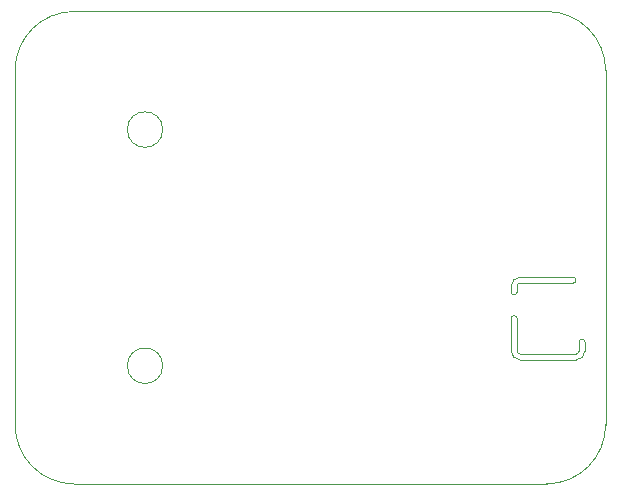
<source format=gbr>
%TF.GenerationSoftware,KiCad,Pcbnew,(5.1.10)-1*%
%TF.CreationDate,2021-12-11T17:16:27+05:30*%
%TF.ProjectId,LTZ1000 Board,4c545a31-3030-4302-9042-6f6172642e6b,rev?*%
%TF.SameCoordinates,Original*%
%TF.FileFunction,Profile,NP*%
%FSLAX46Y46*%
G04 Gerber Fmt 4.6, Leading zero omitted, Abs format (unit mm)*
G04 Created by KiCad (PCBNEW (5.1.10)-1) date 2021-12-11 17:16:27*
%MOMM*%
%LPD*%
G01*
G04 APERTURE LIST*
%TA.AperFunction,Profile*%
%ADD10C,0.050000*%
%TD*%
G04 APERTURE END LIST*
D10*
X167500000Y-108250000D02*
X167500000Y-108750000D01*
X167000000Y-108250000D02*
X167000000Y-108750000D01*
X172250000Y-107500000D02*
X167750000Y-107500000D01*
X167750000Y-108000000D02*
X172250000Y-108000000D01*
X167000000Y-108250000D02*
G75*
G02*
X167750000Y-107500000I750000J0D01*
G01*
X172250000Y-107500000D02*
G75*
G02*
X172250000Y-108000000I0J-250000D01*
G01*
X167500000Y-108250000D02*
G75*
G02*
X167750000Y-108000000I250000J0D01*
G01*
X167500000Y-108750000D02*
G75*
G02*
X167000000Y-108750000I-250000J0D01*
G01*
X173250000Y-113750000D02*
G75*
G02*
X172500000Y-114500000I-750000J0D01*
G01*
X167750000Y-114500000D02*
G75*
G02*
X167000000Y-113750000I0J750000D01*
G01*
X172750000Y-113000000D02*
X172750000Y-113750000D01*
X172500000Y-114000000D02*
X167750000Y-114000000D01*
X167750000Y-114000000D02*
G75*
G02*
X167500000Y-113750000I0J250000D01*
G01*
X172750000Y-113750000D02*
G75*
G02*
X172500000Y-114000000I-250000J0D01*
G01*
X173250000Y-113000000D02*
X173250000Y-113750000D01*
X167500000Y-111000000D02*
X167500000Y-113750000D01*
X167000000Y-113750000D02*
X167000000Y-111000000D01*
X172500000Y-114500000D02*
X167750000Y-114500000D01*
X172750000Y-113000000D02*
G75*
G02*
X173250000Y-113000000I250000J0D01*
G01*
X167000000Y-111000000D02*
G75*
G02*
X167500000Y-111000000I250000J0D01*
G01*
X137500000Y-115000000D02*
G75*
G03*
X137500000Y-115000000I-1500000J0D01*
G01*
X137500000Y-95000000D02*
G75*
G03*
X137500000Y-95000000I-1500000J0D01*
G01*
X175000000Y-120000000D02*
G75*
G02*
X170000000Y-125000000I-5000000J0D01*
G01*
X130000000Y-125000000D02*
G75*
G02*
X125000000Y-120000000I0J5000000D01*
G01*
X125000000Y-90000000D02*
G75*
G02*
X130000000Y-85000000I5000000J0D01*
G01*
X170000000Y-85000000D02*
G75*
G02*
X175000000Y-90000000I0J-5000000D01*
G01*
X125000000Y-120000000D02*
X125000000Y-90000000D01*
X170000000Y-125000000D02*
X130000000Y-125000000D01*
X175000000Y-90000000D02*
X175000000Y-120000000D01*
X130000000Y-85000000D02*
X170000000Y-85000000D01*
M02*

</source>
